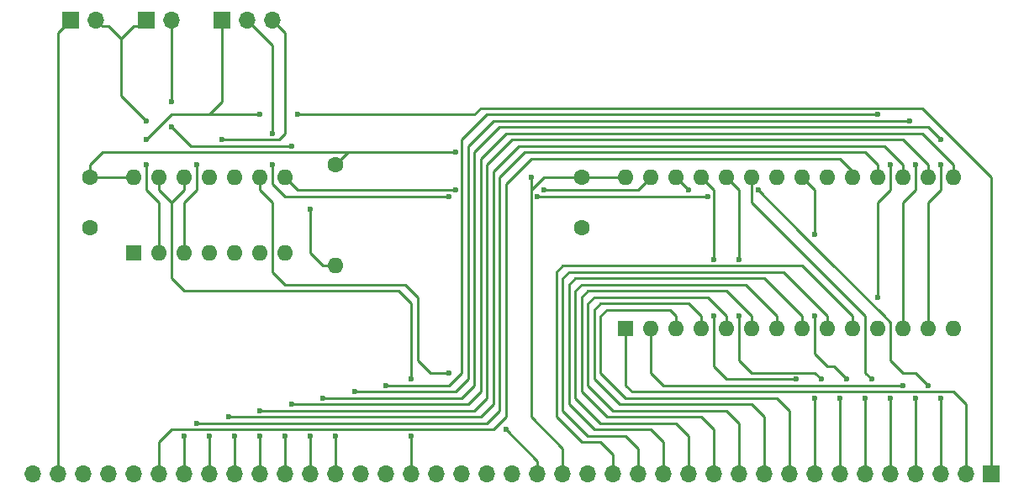
<source format=gtl>
G04 #@! TF.FileFunction,Copper,L1,Top,Signal*
%FSLAX46Y46*%
G04 Gerber Fmt 4.6, Leading zero omitted, Abs format (unit mm)*
G04 Created by KiCad (PCBNEW 4.0.6) date 06/10/17 17:46:54*
%MOMM*%
%LPD*%
G01*
G04 APERTURE LIST*
%ADD10C,0.100000*%
%ADD11R,1.600000X1.600000*%
%ADD12O,1.600000X1.600000*%
%ADD13R,1.700000X1.700000*%
%ADD14O,1.700000X1.700000*%
%ADD15C,1.600000*%
%ADD16C,0.600000*%
%ADD17C,0.250000*%
G04 APERTURE END LIST*
D10*
D11*
X149860000Y-133985000D03*
D12*
X182880000Y-118745000D03*
X152400000Y-133985000D03*
X180340000Y-118745000D03*
X154940000Y-133985000D03*
X177800000Y-118745000D03*
X157480000Y-133985000D03*
X175260000Y-118745000D03*
X160020000Y-133985000D03*
X172720000Y-118745000D03*
X162560000Y-133985000D03*
X170180000Y-118745000D03*
X165100000Y-133985000D03*
X167640000Y-118745000D03*
X167640000Y-133985000D03*
X165100000Y-118745000D03*
X170180000Y-133985000D03*
X162560000Y-118745000D03*
X172720000Y-133985000D03*
X160020000Y-118745000D03*
X175260000Y-133985000D03*
X157480000Y-118745000D03*
X177800000Y-133985000D03*
X154940000Y-118745000D03*
X180340000Y-133985000D03*
X152400000Y-118745000D03*
X182880000Y-133985000D03*
X149860000Y-118745000D03*
D13*
X101600000Y-102870000D03*
D14*
X104140000Y-102870000D03*
D15*
X120650000Y-117475000D03*
D12*
X120650000Y-127635000D03*
D15*
X145415000Y-118745000D03*
X145415000Y-123745000D03*
X95885000Y-118745000D03*
X95885000Y-123745000D03*
D13*
X93980000Y-102870000D03*
D14*
X96520000Y-102870000D03*
D13*
X186690000Y-148590000D03*
D14*
X184150000Y-148590000D03*
X181610000Y-148590000D03*
X179070000Y-148590000D03*
X176530000Y-148590000D03*
X173990000Y-148590000D03*
X171450000Y-148590000D03*
X168910000Y-148590000D03*
X166370000Y-148590000D03*
X163830000Y-148590000D03*
X161290000Y-148590000D03*
X158750000Y-148590000D03*
X156210000Y-148590000D03*
X153670000Y-148590000D03*
X151130000Y-148590000D03*
X148590000Y-148590000D03*
X146050000Y-148590000D03*
X143510000Y-148590000D03*
X140970000Y-148590000D03*
X138430000Y-148590000D03*
X135890000Y-148590000D03*
X133350000Y-148590000D03*
X130810000Y-148590000D03*
X128270000Y-148590000D03*
X125730000Y-148590000D03*
X123190000Y-148590000D03*
X120650000Y-148590000D03*
X118110000Y-148590000D03*
X115570000Y-148590000D03*
X113030000Y-148590000D03*
X110490000Y-148590000D03*
X107950000Y-148590000D03*
X105410000Y-148590000D03*
X102870000Y-148590000D03*
X100330000Y-148590000D03*
X97790000Y-148590000D03*
X95250000Y-148590000D03*
X92710000Y-148590000D03*
X90170000Y-148590000D03*
D13*
X109220000Y-102870000D03*
D14*
X111760000Y-102870000D03*
X114300000Y-102870000D03*
D11*
X100330000Y-126365000D03*
D12*
X115570000Y-118745000D03*
X102870000Y-126365000D03*
X113030000Y-118745000D03*
X105410000Y-126365000D03*
X110490000Y-118745000D03*
X107950000Y-126365000D03*
X107950000Y-118745000D03*
X110490000Y-126365000D03*
X105410000Y-118745000D03*
X113030000Y-126365000D03*
X102870000Y-118745000D03*
X115570000Y-126365000D03*
X100330000Y-118745000D03*
D16*
X140335000Y-118745000D03*
X132715000Y-116205000D03*
X116840000Y-112395000D03*
X113030000Y-112395000D03*
X101600000Y-114935000D03*
X101600000Y-117475000D03*
X181610000Y-140970000D03*
X180340000Y-139700000D03*
X163195000Y-120015000D03*
X156210000Y-120015000D03*
X177800000Y-139700000D03*
X179070000Y-140970000D03*
X176530000Y-140970000D03*
X174625000Y-139065000D03*
X168910000Y-124460000D03*
X173990000Y-140970000D03*
X172085000Y-139065000D03*
X168910000Y-132715000D03*
X171450000Y-140970000D03*
X169545000Y-139065000D03*
X161290000Y-132715000D03*
X161290000Y-127000000D03*
X158750000Y-127000000D03*
X158750000Y-132715000D03*
X167005000Y-139065000D03*
X168910000Y-140970000D03*
X175260000Y-130810000D03*
X176530000Y-117475000D03*
X175260000Y-112395000D03*
X120650000Y-144780000D03*
X125730000Y-139700000D03*
X179070000Y-117475000D03*
X178435000Y-113030000D03*
X118110000Y-144780000D03*
X122555000Y-140335000D03*
X181610000Y-117475000D03*
X181610000Y-114935000D03*
X115570000Y-144780000D03*
X119380000Y-140970000D03*
X113030000Y-144780000D03*
X116205000Y-141605000D03*
X110490000Y-144780000D03*
X113030000Y-142240000D03*
X109855000Y-142875000D03*
X107950000Y-144780000D03*
X105410000Y-144780000D03*
X106680000Y-143510000D03*
X132080000Y-138430000D03*
X137795000Y-144145000D03*
X101600000Y-113030000D03*
X141605000Y-120015000D03*
X132715000Y-120015000D03*
X109220000Y-114935000D03*
X106680000Y-117475000D03*
X114300000Y-117475000D03*
X114300000Y-114300000D03*
X132080000Y-120650000D03*
X140970000Y-120650000D03*
X158115000Y-120650000D03*
X128270000Y-139065000D03*
X128270000Y-144780000D03*
X118110000Y-121920000D03*
X116205000Y-115570000D03*
X104140000Y-111125000D03*
X104140000Y-113665000D03*
D17*
X120650000Y-117475000D02*
X121920000Y-116205000D01*
X125095000Y-116205000D02*
X132715000Y-116205000D01*
X140335000Y-118745000D02*
X140335000Y-120015000D01*
X95885000Y-118745000D02*
X100330000Y-118745000D01*
X95885000Y-117475000D02*
X95885000Y-118745000D01*
X97155000Y-116205000D02*
X95885000Y-117475000D01*
X125095000Y-116205000D02*
X121920000Y-116205000D01*
X121920000Y-116205000D02*
X97155000Y-116205000D01*
X145415000Y-118745000D02*
X149860000Y-118745000D01*
X143510000Y-148590000D02*
X143510000Y-146050000D01*
X143510000Y-146050000D02*
X140335000Y-142875000D01*
X140335000Y-142875000D02*
X140335000Y-120015000D01*
X141605000Y-118745000D02*
X145415000Y-118745000D01*
X140335000Y-120015000D02*
X141605000Y-118745000D01*
X107950000Y-112395000D02*
X110490000Y-112395000D01*
X186690000Y-118745000D02*
X179705000Y-111760000D01*
X179705000Y-111760000D02*
X135255000Y-111760000D01*
X135255000Y-111760000D02*
X134620000Y-112395000D01*
X134620000Y-112395000D02*
X116840000Y-112395000D01*
X113030000Y-112395000D02*
X110490000Y-112395000D01*
X186690000Y-118745000D02*
X186690000Y-148590000D01*
X109220000Y-111125000D02*
X109220000Y-102870000D01*
X102870000Y-126365000D02*
X102870000Y-121285000D01*
X107950000Y-112395000D02*
X109220000Y-111125000D01*
X104140000Y-112395000D02*
X107950000Y-112395000D01*
X101600000Y-114935000D02*
X104140000Y-112395000D01*
X101600000Y-120015000D02*
X101600000Y-117475000D01*
X102870000Y-121285000D02*
X101600000Y-120015000D01*
X149860000Y-133985000D02*
X149860000Y-139700000D01*
X184150000Y-141605000D02*
X184150000Y-148590000D01*
X182880000Y-140335000D02*
X184150000Y-141605000D01*
X150495000Y-140335000D02*
X182880000Y-140335000D01*
X149860000Y-139700000D02*
X150495000Y-140335000D01*
X170180000Y-127000000D02*
X175895000Y-132715000D01*
X175895000Y-132715000D02*
X176530000Y-133350000D01*
X167640000Y-124460000D02*
X163195000Y-120015000D01*
X170180000Y-127000000D02*
X167640000Y-124460000D01*
X180340000Y-139700000D02*
X179070000Y-138430000D01*
X179070000Y-138430000D02*
X177800000Y-138430000D01*
X177800000Y-138430000D02*
X176530000Y-137160000D01*
X176530000Y-137160000D02*
X176530000Y-133350000D01*
X181610000Y-140970000D02*
X181610000Y-148590000D01*
X154940000Y-118745000D02*
X156210000Y-120015000D01*
X179070000Y-148590000D02*
X179070000Y-140970000D01*
X152400000Y-138430000D02*
X152400000Y-133985000D01*
X153670000Y-139700000D02*
X152400000Y-138430000D01*
X177800000Y-139700000D02*
X153670000Y-139700000D01*
X163830000Y-122555000D02*
X162560000Y-121285000D01*
X162560000Y-121285000D02*
X162560000Y-118745000D01*
X167640000Y-126365000D02*
X164465000Y-123190000D01*
X164465000Y-123190000D02*
X163830000Y-122555000D01*
X170180000Y-128905000D02*
X167640000Y-126365000D01*
X174625000Y-139065000D02*
X173990000Y-138430000D01*
X173990000Y-138430000D02*
X173990000Y-132715000D01*
X173990000Y-132715000D02*
X170180000Y-128905000D01*
X176530000Y-148590000D02*
X176530000Y-140970000D01*
X168910000Y-120015000D02*
X168910000Y-124460000D01*
X172085000Y-139065000D02*
X170815000Y-137795000D01*
X170815000Y-137795000D02*
X170180000Y-137795000D01*
X170180000Y-137795000D02*
X168910000Y-136525000D01*
X168910000Y-136525000D02*
X168910000Y-132715000D01*
X167640000Y-118745000D02*
X168910000Y-120015000D01*
X173990000Y-140970000D02*
X173990000Y-148590000D01*
X160020000Y-118745000D02*
X161290000Y-120015000D01*
X171450000Y-140970000D02*
X171450000Y-148590000D01*
X168910000Y-138430000D02*
X169545000Y-139065000D01*
X162560000Y-138430000D02*
X168910000Y-138430000D01*
X161290000Y-137160000D02*
X162560000Y-138430000D01*
X161290000Y-132715000D02*
X161290000Y-137160000D01*
X161290000Y-120015000D02*
X161290000Y-127000000D01*
X168910000Y-148590000D02*
X168910000Y-140970000D01*
X158750000Y-120015000D02*
X157480000Y-118745000D01*
X158750000Y-127000000D02*
X158750000Y-120015000D01*
X158750000Y-137795000D02*
X158750000Y-132715000D01*
X160020000Y-139065000D02*
X158750000Y-137795000D01*
X167005000Y-139065000D02*
X160020000Y-139065000D01*
X154940000Y-133985000D02*
X154940000Y-132715000D01*
X166370000Y-142240000D02*
X166370000Y-148590000D01*
X165100000Y-140970000D02*
X166370000Y-142240000D01*
X149860000Y-140970000D02*
X165100000Y-140970000D01*
X147320000Y-138430000D02*
X149860000Y-140970000D01*
X147320000Y-132715000D02*
X147320000Y-138430000D01*
X147955000Y-132080000D02*
X147320000Y-132715000D01*
X154305000Y-132080000D02*
X147955000Y-132080000D01*
X154940000Y-132715000D02*
X154305000Y-132080000D01*
X162560000Y-141605000D02*
X163830000Y-142875000D01*
X157480000Y-133985000D02*
X157480000Y-132715000D01*
X163830000Y-142875000D02*
X163830000Y-148590000D01*
X149225000Y-141605000D02*
X162560000Y-141605000D01*
X146685000Y-139065000D02*
X149225000Y-141605000D01*
X146685000Y-132080000D02*
X146685000Y-139065000D01*
X147320000Y-131445000D02*
X146685000Y-132080000D01*
X156210000Y-131445000D02*
X147320000Y-131445000D01*
X157480000Y-132715000D02*
X156210000Y-131445000D01*
X161290000Y-148590000D02*
X161290000Y-143510000D01*
X160020000Y-132715000D02*
X160020000Y-133985000D01*
X158115000Y-130810000D02*
X160020000Y-132715000D01*
X146685000Y-130810000D02*
X158115000Y-130810000D01*
X146050000Y-131445000D02*
X146685000Y-130810000D01*
X146050000Y-139700000D02*
X146050000Y-131445000D01*
X148590000Y-142240000D02*
X146050000Y-139700000D01*
X160020000Y-142240000D02*
X148590000Y-142240000D01*
X161290000Y-143510000D02*
X160020000Y-142240000D01*
X162560000Y-133985000D02*
X162560000Y-132715000D01*
X158750000Y-144145000D02*
X158750000Y-148590000D01*
X157480000Y-142875000D02*
X158750000Y-144145000D01*
X147955000Y-142875000D02*
X157480000Y-142875000D01*
X145415000Y-140335000D02*
X147955000Y-142875000D01*
X145415000Y-130810000D02*
X145415000Y-140335000D01*
X146050000Y-130175000D02*
X145415000Y-130810000D01*
X160020000Y-130175000D02*
X146050000Y-130175000D01*
X162560000Y-132715000D02*
X160020000Y-130175000D01*
X156210000Y-148590000D02*
X156210000Y-144780000D01*
X165100000Y-132715000D02*
X165100000Y-133985000D01*
X161925000Y-129540000D02*
X165100000Y-132715000D01*
X145415000Y-129540000D02*
X161925000Y-129540000D01*
X144780000Y-130175000D02*
X145415000Y-129540000D01*
X144780000Y-140970000D02*
X144780000Y-130175000D01*
X147320000Y-143510000D02*
X144780000Y-140970000D01*
X154940000Y-143510000D02*
X147320000Y-143510000D01*
X156210000Y-144780000D02*
X154940000Y-143510000D01*
X167640000Y-133985000D02*
X167640000Y-132715000D01*
X153670000Y-145415000D02*
X153670000Y-148590000D01*
X152400000Y-144145000D02*
X153670000Y-145415000D01*
X146685000Y-144145000D02*
X152400000Y-144145000D01*
X144145000Y-141605000D02*
X146685000Y-144145000D01*
X144145000Y-129540000D02*
X144145000Y-141605000D01*
X144780000Y-128905000D02*
X144145000Y-129540000D01*
X163830000Y-128905000D02*
X144780000Y-128905000D01*
X167640000Y-132715000D02*
X163830000Y-128905000D01*
X151130000Y-148590000D02*
X151130000Y-146050000D01*
X170180000Y-132715000D02*
X170180000Y-133985000D01*
X165735000Y-128270000D02*
X170180000Y-132715000D01*
X144145000Y-128270000D02*
X165735000Y-128270000D01*
X143510000Y-128905000D02*
X144145000Y-128270000D01*
X143510000Y-142240000D02*
X143510000Y-128905000D01*
X146050000Y-144780000D02*
X143510000Y-142240000D01*
X149860000Y-144780000D02*
X146050000Y-144780000D01*
X151130000Y-146050000D02*
X149860000Y-144780000D01*
X172720000Y-133985000D02*
X172720000Y-132715000D01*
X148590000Y-146685000D02*
X148590000Y-148590000D01*
X147320000Y-145415000D02*
X148590000Y-146685000D01*
X145415000Y-145415000D02*
X147320000Y-145415000D01*
X142875000Y-142875000D02*
X145415000Y-145415000D01*
X142875000Y-128270000D02*
X142875000Y-142875000D01*
X143510000Y-127635000D02*
X142875000Y-128270000D01*
X167640000Y-127635000D02*
X143510000Y-127635000D01*
X172720000Y-132715000D02*
X167640000Y-127635000D01*
X138430000Y-112395000D02*
X168275000Y-112395000D01*
X175260000Y-130810000D02*
X175260000Y-121285000D01*
X175260000Y-121285000D02*
X176530000Y-120015000D01*
X176530000Y-120015000D02*
X176530000Y-117475000D01*
X175260000Y-112395000D02*
X168275000Y-112395000D01*
X120650000Y-144780000D02*
X120650000Y-148590000D01*
X132080000Y-139700000D02*
X125730000Y-139700000D01*
X133350000Y-116840000D02*
X133350000Y-138430000D01*
X137160000Y-112395000D02*
X136525000Y-112395000D01*
X137160000Y-112395000D02*
X138430000Y-112395000D01*
X133350000Y-114935000D02*
X133350000Y-116840000D01*
X135890000Y-112395000D02*
X133350000Y-114935000D01*
X136525000Y-112395000D02*
X135890000Y-112395000D01*
X133350000Y-138430000D02*
X132080000Y-139700000D01*
X133985000Y-123825000D02*
X133985000Y-139065000D01*
X137795000Y-113030000D02*
X136525000Y-113030000D01*
X138430000Y-113030000D02*
X137795000Y-113030000D01*
X177800000Y-121285000D02*
X179070000Y-120015000D01*
X179070000Y-120015000D02*
X179070000Y-117475000D01*
X177800000Y-133985000D02*
X177800000Y-121285000D01*
X178435000Y-113030000D02*
X168275000Y-113030000D01*
X138430000Y-113030000D02*
X168275000Y-113030000D01*
X133985000Y-115570000D02*
X133985000Y-116205000D01*
X136525000Y-113030000D02*
X133985000Y-115570000D01*
X133985000Y-123825000D02*
X133985000Y-116205000D01*
X118110000Y-144780000D02*
X118110000Y-148590000D01*
X123190000Y-140335000D02*
X122555000Y-140335000D01*
X132715000Y-140335000D02*
X123190000Y-140335000D01*
X133985000Y-139065000D02*
X132715000Y-140335000D01*
X134620000Y-123825000D02*
X134620000Y-139700000D01*
X137795000Y-113665000D02*
X137160000Y-113665000D01*
X137160000Y-113665000D02*
X134620000Y-116205000D01*
X138430000Y-113665000D02*
X137795000Y-113665000D01*
X180657500Y-113982500D02*
X180340000Y-113665000D01*
X180340000Y-121285000D02*
X181610000Y-120015000D01*
X181610000Y-120015000D02*
X181610000Y-117475000D01*
X181610000Y-114935000D02*
X180657500Y-113982500D01*
X180340000Y-133985000D02*
X180340000Y-121285000D01*
X180340000Y-113665000D02*
X168275000Y-113665000D01*
X138430000Y-113665000D02*
X168275000Y-113665000D01*
X134620000Y-123825000D02*
X134620000Y-116205000D01*
X115570000Y-144780000D02*
X115570000Y-148590000D01*
X133350000Y-140970000D02*
X119380000Y-140970000D01*
X134620000Y-139700000D02*
X133350000Y-140970000D01*
X135255000Y-123825000D02*
X135255000Y-140335000D01*
X138430000Y-114300000D02*
X137795000Y-114300000D01*
X137795000Y-114300000D02*
X135255000Y-116840000D01*
X138430000Y-114300000D02*
X168275000Y-114300000D01*
X179705000Y-114300000D02*
X168275000Y-114300000D01*
X182880000Y-117475000D02*
X179889998Y-114484998D01*
X182880000Y-118745000D02*
X182880000Y-117475000D01*
X179889998Y-114484998D02*
X179705000Y-114300000D01*
X135255000Y-123825000D02*
X135255000Y-116840000D01*
X113030000Y-144780000D02*
X113030000Y-148590000D01*
X133985000Y-141605000D02*
X116205000Y-141605000D01*
X135255000Y-140335000D02*
X133985000Y-141605000D01*
X135890000Y-123825000D02*
X135890000Y-140970000D01*
X139065000Y-114935000D02*
X168275000Y-114935000D01*
X180340000Y-117475000D02*
X177800000Y-114935000D01*
X177800000Y-114935000D02*
X168275000Y-114935000D01*
X180340000Y-118745000D02*
X180340000Y-117475000D01*
X139065000Y-114935000D02*
X138430000Y-114935000D01*
X135890000Y-117475000D02*
X138430000Y-114935000D01*
X135890000Y-123825000D02*
X135890000Y-117475000D01*
X110490000Y-144780000D02*
X110490000Y-148590000D01*
X113665000Y-142240000D02*
X113030000Y-142240000D01*
X134620000Y-142240000D02*
X113665000Y-142240000D01*
X135890000Y-140970000D02*
X134620000Y-142240000D01*
X134620000Y-142875000D02*
X135255000Y-142875000D01*
X136525000Y-141605000D02*
X135255000Y-142875000D01*
X136525000Y-118110000D02*
X136525000Y-123825000D01*
X139065000Y-115570000D02*
X136525000Y-118110000D01*
X175260000Y-115570000D02*
X175895000Y-115570000D01*
X177800000Y-117475000D02*
X177800000Y-118745000D01*
X175895000Y-115570000D02*
X177800000Y-117475000D01*
X175260000Y-115570000D02*
X168275000Y-115570000D01*
X139065000Y-115570000D02*
X168275000Y-115570000D01*
X136525000Y-123825000D02*
X136525000Y-141605000D01*
X109855000Y-142875000D02*
X134620000Y-142875000D01*
X134620000Y-142875000D02*
X135070002Y-142875000D01*
X107950000Y-148590000D02*
X107950000Y-144780000D01*
X177800000Y-118745000D02*
X177800000Y-118110000D01*
X137160000Y-123825000D02*
X137160000Y-142240000D01*
X168275000Y-116205000D02*
X139700000Y-116205000D01*
X175260000Y-117475000D02*
X173990000Y-116205000D01*
X173990000Y-116205000D02*
X168275000Y-116205000D01*
X175260000Y-118745000D02*
X175260000Y-117475000D01*
X139700000Y-116205000D02*
X137160000Y-118745000D01*
X137160000Y-118745000D02*
X137160000Y-123825000D01*
X105410000Y-144780000D02*
X105410000Y-148590000D01*
X135890000Y-143510000D02*
X106680000Y-143510000D01*
X137160000Y-142240000D02*
X135890000Y-143510000D01*
X137795000Y-142875000D02*
X136525000Y-144145000D01*
X137795000Y-119380000D02*
X137795000Y-142875000D01*
X140335000Y-116840000D02*
X139065000Y-118110000D01*
X172720000Y-118110000D02*
X171450000Y-116840000D01*
X171450000Y-116840000D02*
X168275000Y-116840000D01*
X168275000Y-116840000D02*
X140335000Y-116840000D01*
X139065000Y-118110000D02*
X137795000Y-119380000D01*
X102870000Y-145415000D02*
X102870000Y-148590000D01*
X104140000Y-144145000D02*
X102870000Y-145415000D01*
X104775000Y-144145000D02*
X104140000Y-144145000D01*
X136525000Y-144145000D02*
X104775000Y-144145000D01*
X172720000Y-118745000D02*
X172720000Y-118110000D01*
X128905000Y-135255000D02*
X128905000Y-136525000D01*
X130175000Y-138430000D02*
X132080000Y-138430000D01*
X128905000Y-137160000D02*
X130175000Y-138430000D01*
X128905000Y-136525000D02*
X128905000Y-137160000D01*
X140970000Y-148590000D02*
X140970000Y-147320000D01*
X113030000Y-120015000D02*
X113030000Y-118745000D01*
X114300000Y-121285000D02*
X113030000Y-120015000D01*
X114300000Y-128270000D02*
X114300000Y-121285000D01*
X115570000Y-129540000D02*
X114300000Y-128270000D01*
X127635000Y-129540000D02*
X115570000Y-129540000D01*
X128905000Y-130810000D02*
X127635000Y-129540000D01*
X128905000Y-135255000D02*
X128905000Y-130810000D01*
X140970000Y-147320000D02*
X137795000Y-144145000D01*
X99060000Y-104775000D02*
X100330000Y-103505000D01*
X100330000Y-103505000D02*
X100965000Y-103505000D01*
X100965000Y-103505000D02*
X101600000Y-102870000D01*
X101600000Y-113030000D02*
X99060000Y-110490000D01*
X97155000Y-103505000D02*
X96520000Y-102870000D01*
X97790000Y-103505000D02*
X97155000Y-103505000D01*
X99060000Y-104775000D02*
X97790000Y-103505000D01*
X99060000Y-110490000D02*
X99060000Y-104775000D01*
X132715000Y-120015000D02*
X116840000Y-120015000D01*
X151130000Y-120015000D02*
X141605000Y-120015000D01*
X152400000Y-118745000D02*
X151130000Y-120015000D01*
X116840000Y-120015000D02*
X115570000Y-118745000D01*
X115570000Y-114300000D02*
X115570000Y-104140000D01*
X105410000Y-126365000D02*
X105410000Y-121285000D01*
X115570000Y-104140000D02*
X114300000Y-102870000D01*
X114935000Y-114935000D02*
X115570000Y-114300000D01*
X109220000Y-114935000D02*
X114935000Y-114935000D01*
X106680000Y-120015000D02*
X106680000Y-117475000D01*
X105410000Y-121285000D02*
X106680000Y-120015000D01*
X114300000Y-114300000D02*
X114300000Y-105410000D01*
X115570000Y-120650000D02*
X114300000Y-119380000D01*
X114300000Y-119380000D02*
X114300000Y-117475000D01*
X158115000Y-120650000D02*
X140970000Y-120650000D01*
X132080000Y-120650000D02*
X115570000Y-120650000D01*
X114300000Y-105410000D02*
X111760000Y-102870000D01*
X119380000Y-130175000D02*
X127000000Y-130175000D01*
X128270000Y-131445000D02*
X128270000Y-139065000D01*
X127000000Y-130175000D02*
X128270000Y-131445000D01*
X105410000Y-118745000D02*
X105410000Y-120015000D01*
X105410000Y-120015000D02*
X104140000Y-121285000D01*
X102870000Y-118745000D02*
X102870000Y-120015000D01*
X102870000Y-120015000D02*
X104140000Y-121285000D01*
X128270000Y-148590000D02*
X128270000Y-144780000D01*
X104140000Y-128905000D02*
X104140000Y-121285000D01*
X105410000Y-130175000D02*
X104140000Y-128905000D01*
X119380000Y-130175000D02*
X105410000Y-130175000D01*
X92710000Y-115570000D02*
X92710000Y-104140000D01*
X92710000Y-148590000D02*
X92710000Y-115570000D01*
X92710000Y-104140000D02*
X93980000Y-102870000D01*
X116205000Y-115570000D02*
X107499998Y-115570000D01*
X119380000Y-127635000D02*
X118110000Y-126365000D01*
X120650000Y-127635000D02*
X119380000Y-127635000D01*
X118110000Y-126365000D02*
X118110000Y-121920000D01*
X104140000Y-111125000D02*
X104140000Y-102870000D01*
X106045000Y-115570000D02*
X104140000Y-113665000D01*
X107499998Y-115570000D02*
X106045000Y-115570000D01*
M02*

</source>
